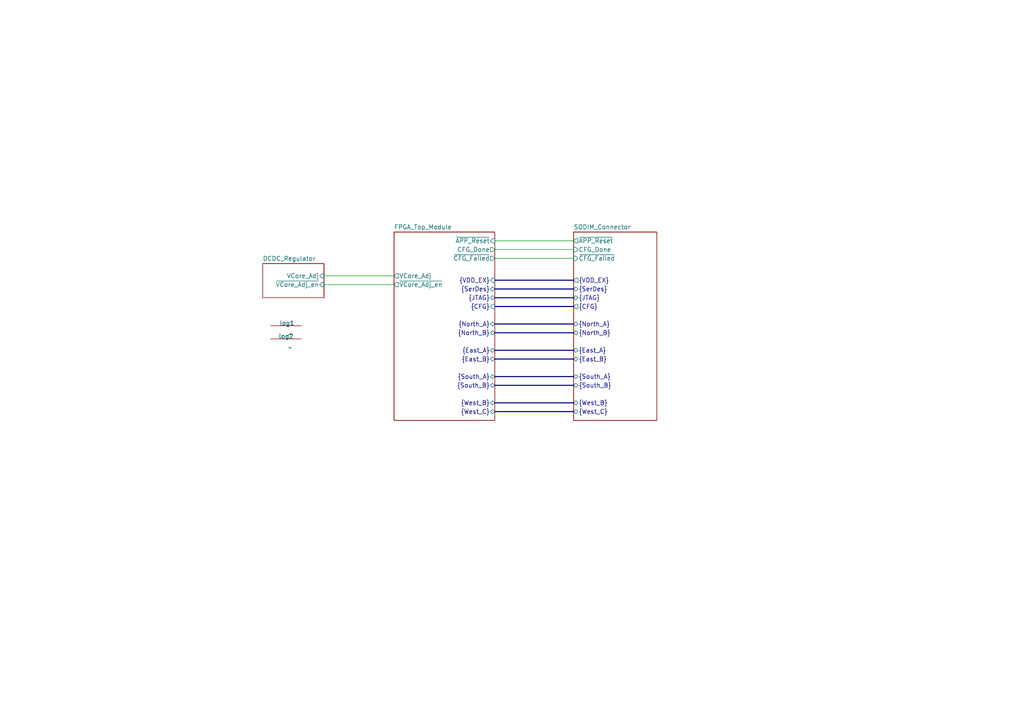
<source format=kicad_sch>
(kicad_sch (version 20250114) (generator "eeschema") (generator_version "9.0")
  (paper "A4")
  (title_block (title "CCSoM") (date "2024-12-20") (rev "1.0") (company "Technische Hochschule Köln") (comment 1 "Felix Sebastian Nitz "))
  (lib_symbols
    (symbol "ccsom_lib:Logo"
      (property "Reference" "log" (at 0 2.032 0))
      (symbol "Logo_0_1"
        (polyline (pts (xy -3.81 1.27) (xy 5.08 1.27)))
      )
    )
  )
  (wire (pts (xy 143.51 74.93) (xy 166.37 74.93)))
  (bus (pts (xy 143.51 109.22) (xy 166.37 109.22)))
  (bus (pts (xy 143.51 111.76) (xy 166.37 111.76)))
  (bus (pts (xy 143.51 81.28) (xy 166.37 81.28)))
  (wire (pts (xy 93.98 82.55) (xy 114.3 82.55)))
  (bus (pts (xy 143.51 88.9) (xy 166.37 88.9)))
  (bus (pts (xy 143.51 104.14) (xy 166.37 104.14)))
  (wire (pts (xy 93.98 80.01) (xy 114.3 80.01)))
  (bus (pts (xy 143.51 116.84) (xy 166.37 116.84)))
  (wire (pts (xy 143.51 72.39) (xy 166.37 72.39)))
  (bus (pts (xy 143.51 96.52) (xy 166.37 96.52)))
  (wire (pts (xy 143.51 69.85) (xy 166.37 69.85)))
  (bus (pts (xy 143.51 119.38) (xy 166.37 119.38)))
  (bus (pts (xy 143.51 93.98) (xy 166.37 93.98)))
  (bus (pts (xy 143.51 101.6) (xy 166.37 101.6)))
  (bus (pts (xy 143.51 83.82) (xy 166.37 83.82)))
  (bus (pts (xy 143.51 86.36) (xy 166.37 86.36)))
  (symbol (lib_id "ccsom_lib:Logo") (at 82.296 95.758 0) (unit 1) (in_bom no)
    (property "Reference" "log1" (at 81.026 93.726 0) (effects (justify left)))
    (property "Value" "~" (at 83.566 97.028 0) (effects (justify left)))
    (property "Footprint" "ccsom_Footprint_lib:PinguinLogo" (effects (hide yes)))
  )
  (symbol (lib_id "ccsom_lib:Logo") (at 82.296 99.568 0) (unit 1) (in_bom no)
    (property "Reference" "log2" (at 80.772 97.536 0) (effects (justify left)))
    (property "Value" "~" (at 83.566 100.838 0) (effects (justify left)))
    (property "Footprint" "ccsom_Footprint_lib:OpenHardwareLogo" (effects (hide yes)))
  )
  (sheet (at 76.2 76.454) (size 17.78 9.906) (stroke (width 0.1524))
    (property "Sheetname" "DCDC_Regulator" (at 76.2 75.7424 0) (effects (justify left bottom)))
    (property "Sheetfile" "DCDC.kicad_sch" (effects (hide yes)))
    (pin "VCore_Adj" input (at 93.98 80.01 0))
    (pin "~{VCore_Adj_en}" input (at 93.98 82.55 0))
  )
  (sheet (at 166.37 67.31) (size 24.13 54.61) (stroke (width 0.1524))
    (property "Sheetname" "SODIM_Connector" (at 166.37 66.5984 0) (effects (justify left bottom)))
    (property "Sheetfile" "SODIM.kicad_sch" (effects (hide yes)))
    (pin "{VDD_EX}" output (at 166.37 81.28 180))
    (pin "{CFG}" output (at 166.37 88.9 180))
    (pin "{JTAG}" bidirectional (at 166.37 86.36 180))
    (pin "~{APP_Reset}" output (at 166.37 69.85 180))
    (pin "CFG_Done" input (at 166.37 72.39 180))
    (pin "~{CFG_Failed}" input (at 166.37 74.93 180))
    (pin "{SerDes}" bidirectional (at 166.37 83.82 180))
    (pin "{North_A}" bidirectional (at 166.37 93.98 180))
    (pin "{West_B}" bidirectional (at 166.37 116.84 180))
    (pin "{North_B}" bidirectional (at 166.37 96.52 180))
    (pin "{East_A}" bidirectional (at 166.37 101.6 180))
    (pin "{South_B}" bidirectional (at 166.37 111.76 180))
    (pin "{South_A}" bidirectional (at 166.37 109.22 180))
    (pin "{West_C}" bidirectional (at 166.37 119.38 180))
    (pin "{East_B}" bidirectional (at 166.37 104.14 180))
  )
  (sheet (at 114.3 67.31) (size 29.21 54.61) (stroke (width 0.1524))
    (property "Sheetname" "FPGA_Top_Module" (at 114.3 66.5984 0) (effects (justify left bottom)))
    (property "Sheetfile" "FPGA_TOP.kicad_sch" (effects (hide yes)))
    (pin "~{APP_Reset}" input (at 143.51 69.85 0))
    (pin "{JTAG}" bidirectional (at 143.51 86.36 0))
    (pin "{VDD_EX}" input (at 143.51 81.28 0))
    (pin "{SerDes}" bidirectional (at 143.51 83.82 0))
    (pin "{CFG}" input (at 143.51 88.9 0))
    (pin "CFG_Done" output (at 143.51 72.39 0))
    (pin "~{VCore_Adj_en}" output (at 114.3 82.55 180))
    (pin "VCore_Adj" output (at 114.3 80.01 180))
    (pin "{West_C}" bidirectional (at 143.51 119.38 0))
    (pin "{East_B}" bidirectional (at 143.51 104.14 0))
    (pin "{South_B}" bidirectional (at 143.51 111.76 0))
    (pin "{South_A}" bidirectional (at 143.51 109.22 0))
    (pin "{West_B}" bidirectional (at 143.51 116.84 0))
    (pin "{North_B}" bidirectional (at 143.51 96.52 0))
    (pin "{East_A}" bidirectional (at 143.51 101.6 0))
    (pin "{North_A}" bidirectional (at 143.51 93.98 0))
    (pin "~{CFG_Failed}" output (at 143.51 74.93 0))
  )
)
</source>
